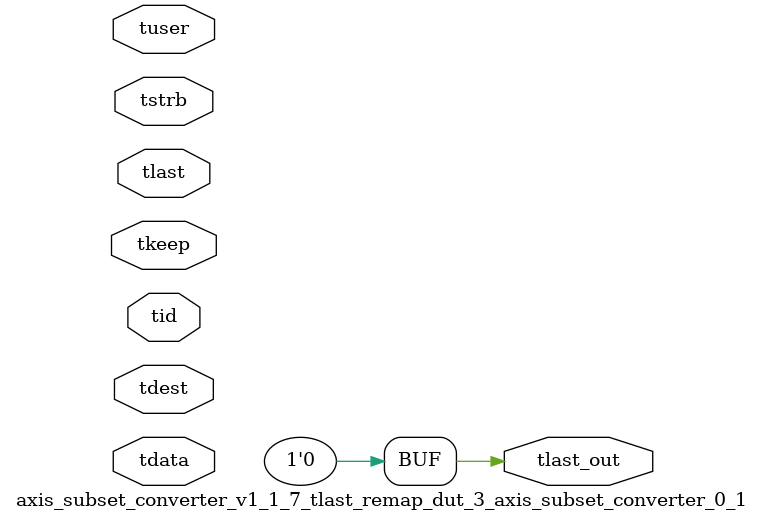
<source format=v>


`timescale 1ps/1ps

module axis_subset_converter_v1_1_7_tlast_remap_dut_3_axis_subset_converter_0_1 #
(
parameter C_S_AXIS_TID_WIDTH   = 1,
parameter C_S_AXIS_TUSER_WIDTH = 0,
parameter C_S_AXIS_TDATA_WIDTH = 0,
parameter C_S_AXIS_TDEST_WIDTH = 0
)
(
input  [(C_S_AXIS_TID_WIDTH   == 0 ? 1 : C_S_AXIS_TID_WIDTH)-1:0       ] tid,
input  [(C_S_AXIS_TDATA_WIDTH == 0 ? 1 : C_S_AXIS_TDATA_WIDTH)-1:0     ] tdata,
input  [(C_S_AXIS_TUSER_WIDTH == 0 ? 1 : C_S_AXIS_TUSER_WIDTH)-1:0     ] tuser,
input  [(C_S_AXIS_TDEST_WIDTH == 0 ? 1 : C_S_AXIS_TDEST_WIDTH)-1:0     ] tdest,
input  [(C_S_AXIS_TDATA_WIDTH/8)-1:0 ] tkeep,
input  [(C_S_AXIS_TDATA_WIDTH/8)-1:0 ] tstrb,
input  [0:0]                                                             tlast,
output                                                                   tlast_out
);

assign tlast_out = {1'b0};

endmodule


</source>
